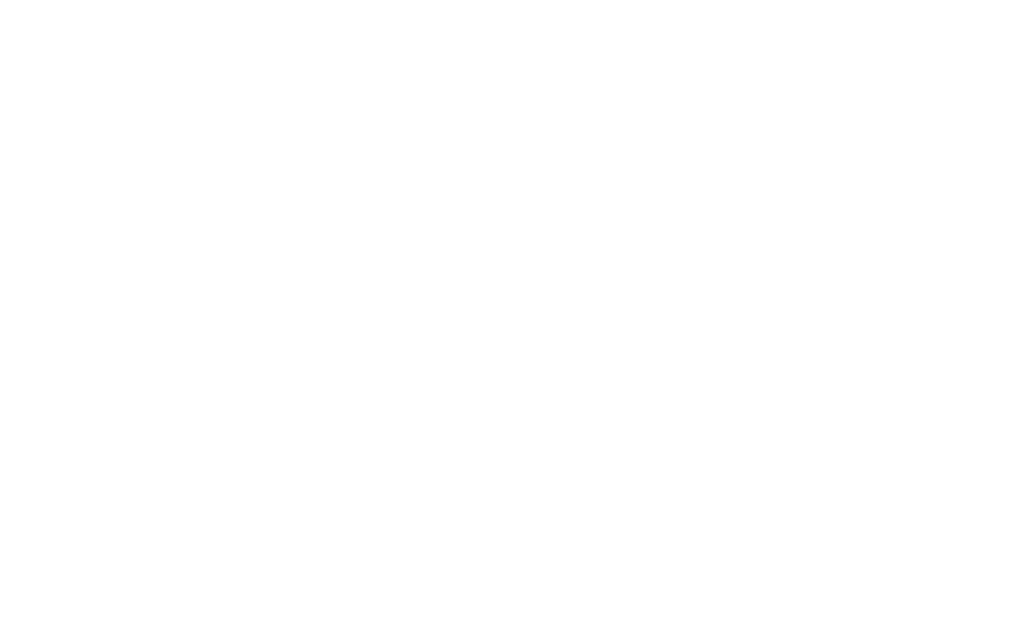
<source format=kicad_sch>
(kicad_sch
	(version 20231120)
	(generator "eeschema")
	(generator_version "8.0")
	(uuid "63d81c6d-93de-4a6a-8401-7135677d26cb")
	(paper "USLegal")
	(title_block
		(rev "1.0")
		(company "PACS")
	)
	(lib_symbols)
)

</source>
